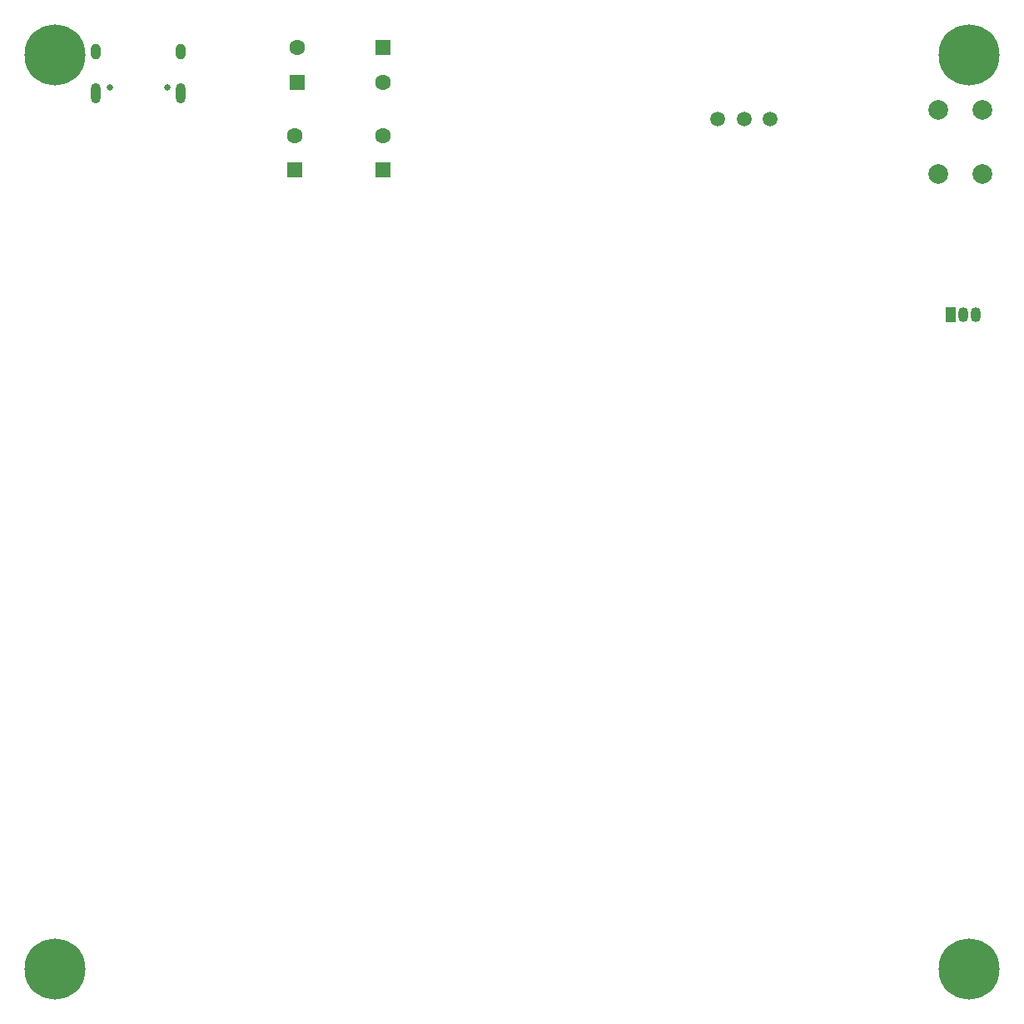
<source format=gbs>
G04 #@! TF.GenerationSoftware,KiCad,Pcbnew,(6.0.1)*
G04 #@! TF.CreationDate,2023-01-09T15:04:14+01:00*
G04 #@! TF.ProjectId,relow-solder-hot-plate,72656c6f-772d-4736-9f6c-6465722d686f,rev?*
G04 #@! TF.SameCoordinates,Original*
G04 #@! TF.FileFunction,Soldermask,Bot*
G04 #@! TF.FilePolarity,Negative*
%FSLAX46Y46*%
G04 Gerber Fmt 4.6, Leading zero omitted, Abs format (unit mm)*
G04 Created by KiCad (PCBNEW (6.0.1)) date 2023-01-09 15:04:14*
%MOMM*%
%LPD*%
G01*
G04 APERTURE LIST*
%ADD10C,0.650000*%
%ADD11O,1.000000X2.100000*%
%ADD12O,1.000000X1.600000*%
%ADD13C,1.600000*%
%ADD14R,1.600000X1.600000*%
%ADD15C,2.000000*%
%ADD16C,6.200000*%
%ADD17R,1.050000X1.500000*%
%ADD18O,1.050000X1.500000*%
%ADD19C,1.500000*%
G04 APERTURE END LIST*
D10*
X74899000Y-66862000D03*
X69119000Y-66862000D03*
D11*
X67689000Y-67392000D03*
X76329000Y-67392000D03*
D12*
X67689000Y-63212000D03*
X76329000Y-63212000D03*
D13*
X96900000Y-71700000D03*
D14*
X96900000Y-75200000D03*
D15*
X153325000Y-75640000D03*
X153325000Y-69140000D03*
X157825000Y-75640000D03*
X157825000Y-69140000D03*
D14*
X88138000Y-66295651D03*
D13*
X88138000Y-62795651D03*
X96900000Y-66300000D03*
D14*
X96900000Y-62800000D03*
D13*
X87900000Y-71700000D03*
D14*
X87900000Y-75200000D03*
D16*
X63500000Y-63500000D03*
X156500000Y-156500000D03*
D17*
X154600000Y-89940000D03*
D18*
X155870000Y-89940000D03*
X157140000Y-89940000D03*
D16*
X63500000Y-156500000D03*
X156500000Y-63500000D03*
D19*
X130910000Y-70050000D03*
X133600000Y-70050000D03*
X136200000Y-70050000D03*
M02*

</source>
